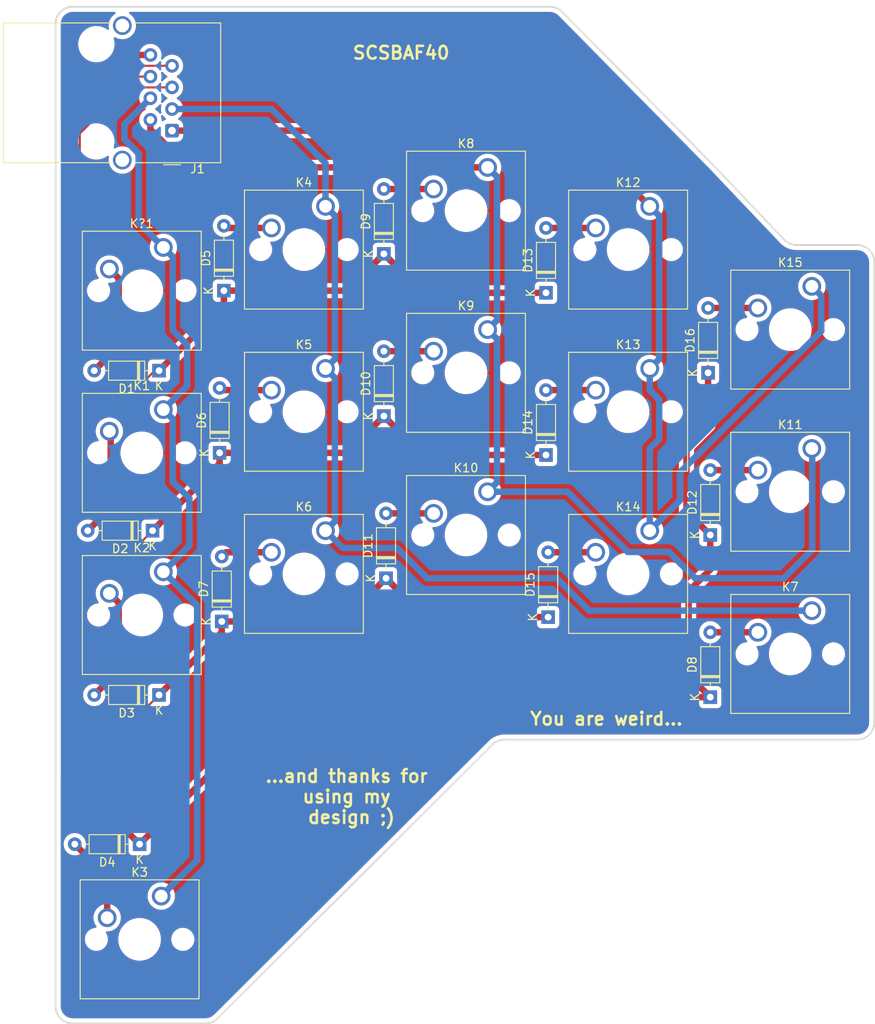
<source format=kicad_pcb>
(kicad_pcb (version 20171130) (host pcbnew "(5.1.7)-1")
  (layers (0 F.Cu signal) (31 B.Cu signal) (34 B.Paste user) (35 F.Paste user) (36 B.SilkS user) (37 F.SilkS user) (38 B.Mask user) (39 F.Mask user) (44 Edge.Cuts user))
  (net 0 "")
  (net 1 "Net-(D1-Pad2)")
  (net 2 /ROW_0)
  (net 3 "Net-(D2-Pad2)")
  (net 4 /ROW_1)
  (net 5 "Net-(D3-Pad2)")
  (net 6 /ROW_2)
  (net 7 "Net-(D4-Pad2)")
  (net 8 /ROW_3)
  (net 9 "Net-(D5-Pad2)")
  (net 10 "Net-(D6-Pad2)")
  (net 11 "Net-(D7-Pad2)")
  (net 12 "Net-(D8-Pad2)")
  (net 13 "Net-(D9-Pad2)")
  (net 14 "Net-(D10-Pad2)")
  (net 15 "Net-(D11-Pad2)")
  (net 16 "Net-(D12-Pad2)")
  (net 17 "Net-(D13-Pad2)")
  (net 18 "Net-(D14-Pad2)")
  (net 19 "Net-(D15-Pad2)")
  (net 20 "Net-(D16-Pad2)")
  (net 21 /COL_0)
  (net 22 /COL_1)
  (net 23 /COL_2)
  (net 24 "Net-(J1-PadSH)")
  (net 25 /COL_3)
  (module Button_Switch_Keyboard:SW_Cherry_MX_1.00u_PCB (layer F.Cu) (at 43.942 93.472)
    (fp_text reference K?1 (at -2.54 -2.794) (layer F.SilkS))
    (fp_text value KEYSW)
    (pad "" np_thru_hole circle (at 2.54 5.08) (size 1.7 1.7) (drill 1.7) (layers *.Cu *.Mask))
    (pad "" np_thru_hole circle (at -7.62 5.08) (size 1.7 1.7) (drill 1.7) (layers *.Cu *.Mask))
    (pad "" np_thru_hole circle (at -2.54 5.08) (size 4 4) (drill 4) (layers *.Cu *.Mask))
    (pad 2 thru_hole circle (at -6.35 2.54) (size 2.2 2.2) (drill 1.5) (layers *.Cu *.Mask) (net 1 "Net-(D1-Pad2)"))
    (pad 1 thru_hole circle (at 0 0) (size 2.2 2.2) (drill 1.5) (layers *.Cu *.Mask) (net 25 /COL_3))
  )
  (module Button_Switch_Keyboard:SW_Cherry_MX_1.00u_PCB (layer F.Cu) (at 120.142 98.044)
    (fp_text reference K15 (at -2.54 -2.794) (layer F.SilkS))
    (fp_text value KEYSW)
    (pad "" np_thru_hole circle (at 2.54 5.08) (size 1.7 1.7) (drill 1.7) (layers *.Cu *.Mask))
    (pad "" np_thru_hole circle (at -7.62 5.08) (size 1.7 1.7) (drill 1.7) (layers *.Cu *.Mask))
    (pad "" np_thru_hole circle (at -2.54 5.08) (size 4 4) (drill 4) (layers *.Cu *.Mask))
    (pad 2 thru_hole circle (at -6.35 2.54) (size 2.2 2.2) (drill 1.5) (layers *.Cu *.Mask) (net 20 "Net-(D16-Pad2)"))
    (pad 1 thru_hole circle (at 0 0) (size 2.2 2.2) (drill 1.5) (layers *.Cu *.Mask) (net 21 /COL_0))
  )
  (module Button_Switch_Keyboard:SW_Cherry_MX_1.00u_PCB (layer F.Cu) (at 101.092 126.746)
    (fp_text reference K14 (at -2.54 -2.794) (layer F.SilkS))
    (fp_text value KEYSW)
    (pad "" np_thru_hole circle (at 2.54 5.08) (size 1.7 1.7) (drill 1.7) (layers *.Cu *.Mask))
    (pad "" np_thru_hole circle (at -7.62 5.08) (size 1.7 1.7) (drill 1.7) (layers *.Cu *.Mask))
    (pad "" np_thru_hole circle (at -2.54 5.08) (size 4 4) (drill 4) (layers *.Cu *.Mask))
    (pad 2 thru_hole circle (at -6.35 2.54) (size 2.2 2.2) (drill 1.5) (layers *.Cu *.Mask) (net 19 "Net-(D15-Pad2)"))
    (pad 1 thru_hole circle (at 0 0) (size 2.2 2.2) (drill 1.5) (layers *.Cu *.Mask) (net 21 /COL_0))
  )
  (module Button_Switch_Keyboard:SW_Cherry_MX_1.00u_PCB (layer F.Cu) (at 101.092 107.696)
    (fp_text reference K13 (at -2.54 -2.794) (layer F.SilkS))
    (fp_text value KEYSW)
    (pad 1 thru_hole circle (at 0 0) (size 2.2 2.2) (drill 1.5) (layers *.Cu *.Mask) (net 21 /COL_0))
    (pad 2 thru_hole circle (at -6.35 2.54) (size 2.2 2.2) (drill 1.5) (layers *.Cu *.Mask) (net 18 "Net-(D14-Pad2)"))
    (pad "" np_thru_hole circle (at -2.54 5.08) (size 4 4) (drill 4) (layers *.Cu *.Mask))
    (pad "" np_thru_hole circle (at -7.62 5.08) (size 1.7 1.7) (drill 1.7) (layers *.Cu *.Mask))
    (pad "" np_thru_hole circle (at 2.54 5.08) (size 1.7 1.7) (drill 1.7) (layers *.Cu *.Mask))
  )
  (module Button_Switch_Keyboard:SW_Cherry_MX_1.00u_PCB (layer F.Cu) (at 101.092 88.646)
    (fp_text reference K12 (at -2.54 -2.794) (layer F.SilkS))
    (fp_text value KEYSW)
    (pad "" np_thru_hole circle (at 2.54 5.08) (size 1.7 1.7) (drill 1.7) (layers *.Cu *.Mask))
    (pad "" np_thru_hole circle (at -7.62 5.08) (size 1.7 1.7) (drill 1.7) (layers *.Cu *.Mask))
    (pad "" np_thru_hole circle (at -2.54 5.08) (size 4 4) (drill 4) (layers *.Cu *.Mask))
    (pad 2 thru_hole circle (at -6.35 2.54) (size 2.2 2.2) (drill 1.5) (layers *.Cu *.Mask) (net 17 "Net-(D13-Pad2)"))
    (pad 1 thru_hole circle (at 0 0) (size 2.2 2.2) (drill 1.5) (layers *.Cu *.Mask) (net 21 /COL_0))
  )
  (module Button_Switch_Keyboard:SW_Cherry_MX_1.00u_PCB (layer F.Cu) (at 120.142 117.094)
    (fp_text reference K11 (at -2.54 -2.794) (layer F.SilkS))
    (fp_text value KEYSW)
    (pad "" np_thru_hole circle (at 2.54 5.08) (size 1.7 1.7) (drill 1.7) (layers *.Cu *.Mask))
    (pad "" np_thru_hole circle (at -7.62 5.08) (size 1.7 1.7) (drill 1.7) (layers *.Cu *.Mask))
    (pad "" np_thru_hole circle (at -2.54 5.08) (size 4 4) (drill 4) (layers *.Cu *.Mask))
    (pad 2 thru_hole circle (at -6.35 2.54) (size 2.2 2.2) (drill 1.5) (layers *.Cu *.Mask) (net 16 "Net-(D12-Pad2)"))
    (pad 1 thru_hole circle (at 0 0) (size 2.2 2.2) (drill 1.5) (layers *.Cu *.Mask) (net 22 /COL_1))
  )
  (module Button_Switch_Keyboard:SW_Cherry_MX_1.00u_PCB (layer F.Cu) (at 82.042 122.174)
    (fp_text reference K10 (at -2.54 -2.794) (layer F.SilkS))
    (fp_text value KEYSW)
    (pad "" np_thru_hole circle (at 2.54 5.08) (size 1.7 1.7) (drill 1.7) (layers *.Cu *.Mask))
    (pad "" np_thru_hole circle (at -7.62 5.08) (size 1.7 1.7) (drill 1.7) (layers *.Cu *.Mask))
    (pad "" np_thru_hole circle (at -2.54 5.08) (size 4 4) (drill 4) (layers *.Cu *.Mask))
    (pad 2 thru_hole circle (at -6.35 2.54) (size 2.2 2.2) (drill 1.5) (layers *.Cu *.Mask) (net 15 "Net-(D11-Pad2)"))
    (pad 1 thru_hole circle (at 0 0) (size 2.2 2.2) (drill 1.5) (layers *.Cu *.Mask) (net 22 /COL_1))
  )
  (module Button_Switch_Keyboard:SW_Cherry_MX_1.00u_PCB (layer F.Cu) (at 82.042 103.124)
    (fp_text reference K9 (at -2.54 -2.794) (layer F.SilkS))
    (fp_text value KEYSW)
    (pad 1 thru_hole circle (at 0 0) (size 2.2 2.2) (drill 1.5) (layers *.Cu *.Mask) (net 22 /COL_1))
    (pad 2 thru_hole circle (at -6.35 2.54) (size 2.2 2.2) (drill 1.5) (layers *.Cu *.Mask) (net 14 "Net-(D10-Pad2)"))
    (pad "" np_thru_hole circle (at -2.54 5.08) (size 4 4) (drill 4) (layers *.Cu *.Mask))
    (pad "" np_thru_hole circle (at -7.62 5.08) (size 1.7 1.7) (drill 1.7) (layers *.Cu *.Mask))
    (pad "" np_thru_hole circle (at 2.54 5.08) (size 1.7 1.7) (drill 1.7) (layers *.Cu *.Mask))
  )
  (module Button_Switch_Keyboard:SW_Cherry_MX_1.00u_PCB (layer F.Cu) (at 82.042 84.074)
    (fp_text reference K8 (at -2.54 -2.794) (layer F.SilkS))
    (fp_text value KEYSW)
    (pad "" np_thru_hole circle (at 2.54 5.08) (size 1.7 1.7) (drill 1.7) (layers *.Cu *.Mask))
    (pad "" np_thru_hole circle (at -7.62 5.08) (size 1.7 1.7) (drill 1.7) (layers *.Cu *.Mask))
    (pad "" np_thru_hole circle (at -2.54 5.08) (size 4 4) (drill 4) (layers *.Cu *.Mask))
    (pad 2 thru_hole circle (at -6.35 2.54) (size 2.2 2.2) (drill 1.5) (layers *.Cu *.Mask) (net 13 "Net-(D9-Pad2)"))
    (pad 1 thru_hole circle (at 0 0) (size 2.2 2.2) (drill 1.5) (layers *.Cu *.Mask) (net 22 /COL_1))
  )
  (module Button_Switch_Keyboard:SW_Cherry_MX_1.00u_PCB (layer F.Cu) (at 120.142 136.144)
    (fp_text reference K7 (at -2.54 -2.794) (layer F.SilkS))
    (fp_text value KEYSW)
    (pad "" np_thru_hole circle (at 2.54 5.08) (size 1.7 1.7) (drill 1.7) (layers *.Cu *.Mask))
    (pad "" np_thru_hole circle (at -7.62 5.08) (size 1.7 1.7) (drill 1.7) (layers *.Cu *.Mask))
    (pad "" np_thru_hole circle (at -2.54 5.08) (size 4 4) (drill 4) (layers *.Cu *.Mask))
    (pad 2 thru_hole circle (at -6.35 2.54) (size 2.2 2.2) (drill 1.5) (layers *.Cu *.Mask) (net 12 "Net-(D8-Pad2)"))
    (pad 1 thru_hole circle (at 0 0) (size 2.2 2.2) (drill 1.5) (layers *.Cu *.Mask) (net 23 /COL_2))
  )
  (module Button_Switch_Keyboard:SW_Cherry_MX_1.00u_PCB (layer F.Cu) (at 62.992 126.746)
    (fp_text reference K6 (at -2.54 -2.794) (layer F.SilkS))
    (fp_text value KEYSW)
    (pad "" np_thru_hole circle (at 2.54 5.08) (size 1.7 1.7) (drill 1.7) (layers *.Cu *.Mask))
    (pad "" np_thru_hole circle (at -7.62 5.08) (size 1.7 1.7) (drill 1.7) (layers *.Cu *.Mask))
    (pad "" np_thru_hole circle (at -2.54 5.08) (size 4 4) (drill 4) (layers *.Cu *.Mask))
    (pad 2 thru_hole circle (at -6.35 2.54) (size 2.2 2.2) (drill 1.5) (layers *.Cu *.Mask) (net 11 "Net-(D7-Pad2)"))
    (pad 1 thru_hole circle (at 0 0) (size 2.2 2.2) (drill 1.5) (layers *.Cu *.Mask) (net 23 /COL_2))
  )
  (module Button_Switch_Keyboard:SW_Cherry_MX_1.00u_PCB (layer F.Cu) (at 62.992 107.696)
    (fp_text reference K5 (at -2.54 -2.794) (layer F.SilkS))
    (fp_text value KEYSW)
    (pad 1 thru_hole circle (at 0 0) (size 2.2 2.2) (drill 1.5) (layers *.Cu *.Mask) (net 23 /COL_2))
    (pad 2 thru_hole circle (at -6.35 2.54) (size 2.2 2.2) (drill 1.5) (layers *.Cu *.Mask) (net 10 "Net-(D6-Pad2)"))
    (pad "" np_thru_hole circle (at -2.54 5.08) (size 4 4) (drill 4) (layers *.Cu *.Mask))
    (pad "" np_thru_hole circle (at -7.62 5.08) (size 1.7 1.7) (drill 1.7) (layers *.Cu *.Mask))
    (pad "" np_thru_hole circle (at 2.54 5.08) (size 1.7 1.7) (drill 1.7) (layers *.Cu *.Mask))
  )
  (module Button_Switch_Keyboard:SW_Cherry_MX_1.00u_PCB (layer F.Cu) (at 62.992 88.646)
    (fp_text reference K4 (at -2.54 -2.794) (layer F.SilkS))
    (fp_text value KEYSW)
    (pad "" np_thru_hole circle (at 2.54 5.08) (size 1.7 1.7) (drill 1.7) (layers *.Cu *.Mask))
    (pad "" np_thru_hole circle (at -7.62 5.08) (size 1.7 1.7) (drill 1.7) (layers *.Cu *.Mask))
    (pad "" np_thru_hole circle (at -2.54 5.08) (size 4 4) (drill 4) (layers *.Cu *.Mask))
    (pad 2 thru_hole circle (at -6.35 2.54) (size 2.2 2.2) (drill 1.5) (layers *.Cu *.Mask) (net 9 "Net-(D5-Pad2)"))
    (pad 1 thru_hole circle (at 0 0) (size 2.2 2.2) (drill 1.5) (layers *.Cu *.Mask) (net 23 /COL_2))
  )
  (module Button_Switch_Keyboard:SW_Cherry_MX_1.00u_PCB (layer F.Cu) (at 43.688 169.672)
    (fp_text reference K3 (at -2.54 -2.794) (layer F.SilkS))
    (fp_text value KEYSW)
    (pad "" np_thru_hole circle (at 2.54 5.08) (size 1.7 1.7) (drill 1.7) (layers *.Cu *.Mask))
    (pad "" np_thru_hole circle (at -7.62 5.08) (size 1.7 1.7) (drill 1.7) (layers *.Cu *.Mask))
    (pad "" np_thru_hole circle (at -2.54 5.08) (size 4 4) (drill 4) (layers *.Cu *.Mask))
    (pad 2 thru_hole circle (at -6.35 2.54) (size 2.2 2.2) (drill 1.5) (layers *.Cu *.Mask) (net 7 "Net-(D4-Pad2)"))
    (pad 1 thru_hole circle (at 0 0) (size 2.2 2.2) (drill 1.5) (layers *.Cu *.Mask) (net 25 /COL_3))
  )
  (module Button_Switch_Keyboard:SW_Cherry_MX_1.00u_PCB (layer F.Cu) (at 43.942 131.572)
    (fp_text reference K2 (at -2.54 -2.794) (layer F.SilkS))
    (fp_text value KEYSW)
    (pad "" np_thru_hole circle (at 2.54 5.08) (size 1.7 1.7) (drill 1.7) (layers *.Cu *.Mask))
    (pad "" np_thru_hole circle (at -7.62 5.08) (size 1.7 1.7) (drill 1.7) (layers *.Cu *.Mask))
    (pad "" np_thru_hole circle (at -2.54 5.08) (size 4 4) (drill 4) (layers *.Cu *.Mask))
    (pad 2 thru_hole circle (at -6.35 2.54) (size 2.2 2.2) (drill 1.5) (layers *.Cu *.Mask) (net 5 "Net-(D3-Pad2)"))
    (pad 1 thru_hole circle (at 0 0) (size 2.2 2.2) (drill 1.5) (layers *.Cu *.Mask) (net 25 /COL_3))
  )
  (module Button_Switch_Keyboard:SW_Cherry_MX_1.00u_PCB (layer F.Cu) (at 43.942 112.522)
    (fp_text reference K1 (at -2.54 -2.794) (layer F.SilkS))
    (fp_text value KEYSW)
    (pad 1 thru_hole circle (at 0 0) (size 2.2 2.2) (drill 1.5) (layers *.Cu *.Mask) (net 25 /COL_3))
    (pad 2 thru_hole circle (at -6.35 2.54) (size 2.2 2.2) (drill 1.5) (layers *.Cu *.Mask) (net 3 "Net-(D2-Pad2)"))
    (pad "" np_thru_hole circle (at -2.54 5.08) (size 4 4) (drill 4) (layers *.Cu *.Mask))
    (pad "" np_thru_hole circle (at -7.62 5.08) (size 1.7 1.7) (drill 1.7) (layers *.Cu *.Mask))
    (pad "" np_thru_hole circle (at 2.54 5.08) (size 1.7 1.7) (drill 1.7) (layers *.Cu *.Mask))
  )
  (module Connector_RJ:RJ45_Wuerth_7499010001A_Horizontal (layer F.Cu) (at 44.958 79.756 180)
    (fp_text reference J1 (at -3 -4.5) (layer F.SilkS))
    (fp_text value 8P8C_LED_Shielded)
    (pad 1 thru_hole roundrect (at 0 0 270) (size 1.6 1.6) (drill 0.9) (layers *.Cu *.Mask) (roundrect_rratio 0.155) (net 21 /COL_0))
    (pad 2 thru_hole circle (at 2.54 1.27 270) (size 1.6 1.6) (drill 0.9) (layers *.Cu *.Mask) (net 22 /COL_1))
    (pad 3 thru_hole circle (at 0 2.54 270) (size 1.6 1.6) (drill 0.9) (layers *.Cu *.Mask) (net 23 /COL_2))
    (pad 4 thru_hole circle (at 2.54 3.81 270) (size 1.6 1.6) (drill 0.9) (layers *.Cu *.Mask) (net 25 /COL_3))
    (pad 5 thru_hole circle (at 0 5.08 270) (size 1.6 1.6) (drill 0.9) (layers *.Cu *.Mask) (net 2 /ROW_0))
    (pad 6 thru_hole circle (at 2.54 6.35 270) (size 1.6 1.6) (drill 0.9) (layers *.Cu *.Mask) (net 4 /ROW_1))
    (pad 7 thru_hole circle (at 0 7.62 270) (size 1.6 1.6) (drill 0.9) (layers *.Cu *.Mask) (net 6 /ROW_2))
    (pad 8 thru_hole circle (at 2.54 8.89 270) (size 1.6 1.6) (drill 0.9) (layers *.Cu *.Mask) (net 8 /ROW_3))
    (pad "" np_thru_hole circle (at 8.89 -1.27 270) (size 3.25 3.25) (drill 3.25) (layers *.Cu *.Mask))
    (pad "" np_thru_hole circle (at 8.89 10.16 270) (size 3.25 3.25) (drill 3.25) (layers *.Cu *.Mask))
    (pad SH thru_hole circle (at 5.84 -3.455 270) (size 2.2 2.2) (drill 1.6) (layers *.Cu *.Mask) (net 24 "Net-(J1-PadSH)"))
    (pad SH thru_hole circle (at 5.84 12.345 270) (size 2.2 2.2) (drill 1.6) (layers *.Cu *.Mask) (net 24 "Net-(J1-PadSH)"))
  )
  (module Diode_THT:D_DO-35_SOD27_P7.62mm_Horizontal (layer F.Cu) (at 107.95 108.204 90)
    (fp_text reference D16 (at 3.81 -2.12 90) (layer F.SilkS))
    (fp_text value D)
    (fp_text user K (at 0 -1.8 90) (layer F.SilkS))
    (pad 2 thru_hole oval (at 7.62 0 90) (size 1.6 1.6) (drill 0.8) (layers *.Cu *.Mask) (net 20 "Net-(D16-Pad2)"))
    (pad 1 thru_hole rect (at 0 0 90) (size 1.6 1.6) (drill 0.8) (layers *.Cu *.Mask) (net 8 /ROW_3))
  )
  (module Diode_THT:D_DO-35_SOD27_P7.62mm_Horizontal (layer F.Cu) (at 89.154 136.906 90)
    (fp_text reference D15 (at 3.81 -2.12 90) (layer F.SilkS))
    (fp_text value D)
    (fp_text user K (at 0 -1.8 90) (layer F.SilkS))
    (pad 2 thru_hole oval (at 7.62 0 90) (size 1.6 1.6) (drill 0.8) (layers *.Cu *.Mask) (net 19 "Net-(D15-Pad2)"))
    (pad 1 thru_hole rect (at 0 0 90) (size 1.6 1.6) (drill 0.8) (layers *.Cu *.Mask) (net 6 /ROW_2))
  )
  (module Diode_THT:D_DO-35_SOD27_P7.62mm_Horizontal (layer F.Cu) (at 88.9 117.856 90)
    (fp_text reference D14 (at 3.81 -2.12 90) (layer F.SilkS))
    (fp_text value D)
    (fp_text user K (at 0 -1.8 90) (layer F.SilkS))
    (pad 1 thru_hole rect (at 0 0 90) (size 1.6 1.6) (drill 0.8) (layers *.Cu *.Mask) (net 4 /ROW_1))
    (pad 2 thru_hole oval (at 7.62 0 90) (size 1.6 1.6) (drill 0.8) (layers *.Cu *.Mask) (net 18 "Net-(D14-Pad2)"))
  )
  (module Diode_THT:D_DO-35_SOD27_P7.62mm_Horizontal (layer F.Cu) (at 88.9 98.806 90)
    (fp_text reference D13 (at 3.81 -2.12 90) (layer F.SilkS))
    (fp_text value D)
    (fp_text user K (at 0 -1.8 90) (layer F.SilkS))
    (pad 2 thru_hole oval (at 7.62 0 90) (size 1.6 1.6) (drill 0.8) (layers *.Cu *.Mask) (net 17 "Net-(D13-Pad2)"))
    (pad 1 thru_hole rect (at 0 0 90) (size 1.6 1.6) (drill 0.8) (layers *.Cu *.Mask) (net 2 /ROW_0))
  )
  (module Diode_THT:D_DO-35_SOD27_P7.62mm_Horizontal (layer F.Cu) (at 108.204 127.254 90)
    (fp_text reference D12 (at 3.81 -2.12 90) (layer F.SilkS))
    (fp_text value D)
    (fp_text user K (at 0 -1.8 90) (layer F.SilkS))
    (pad 2 thru_hole oval (at 7.62 0 90) (size 1.6 1.6) (drill 0.8) (layers *.Cu *.Mask) (net 16 "Net-(D12-Pad2)"))
    (pad 1 thru_hole rect (at 0 0 90) (size 1.6 1.6) (drill 0.8) (layers *.Cu *.Mask) (net 8 /ROW_3))
  )
  (module Diode_THT:D_DO-35_SOD27_P7.62mm_Horizontal (layer F.Cu) (at 70.104 132.334 90)
    (fp_text reference D11 (at 3.81 -2.12 90) (layer F.SilkS))
    (fp_text value D)
    (fp_text user K (at 0 -1.8 90) (layer F.SilkS))
    (pad 2 thru_hole oval (at 7.62 0 90) (size 1.6 1.6) (drill 0.8) (layers *.Cu *.Mask) (net 15 "Net-(D11-Pad2)"))
    (pad 1 thru_hole rect (at 0 0 90) (size 1.6 1.6) (drill 0.8) (layers *.Cu *.Mask) (net 6 /ROW_2))
  )
  (module Diode_THT:D_DO-35_SOD27_P7.62mm_Horizontal (layer F.Cu) (at 69.85 113.284 90)
    (fp_text reference D10 (at 3.81 -2.12 90) (layer F.SilkS))
    (fp_text value D)
    (fp_text user K (at 0 -1.8 90) (layer F.SilkS))
    (pad 1 thru_hole rect (at 0 0 90) (size 1.6 1.6) (drill 0.8) (layers *.Cu *.Mask) (net 4 /ROW_1))
    (pad 2 thru_hole oval (at 7.62 0 90) (size 1.6 1.6) (drill 0.8) (layers *.Cu *.Mask) (net 14 "Net-(D10-Pad2)"))
  )
  (module Diode_THT:D_DO-35_SOD27_P7.62mm_Horizontal (layer F.Cu) (at 69.85 94.234 90)
    (fp_text reference D9 (at 3.81 -2.12 90) (layer F.SilkS))
    (fp_text value D)
    (fp_text user K (at 0 -1.8 90) (layer F.SilkS))
    (pad 2 thru_hole oval (at 7.62 0 90) (size 1.6 1.6) (drill 0.8) (layers *.Cu *.Mask) (net 13 "Net-(D9-Pad2)"))
    (pad 1 thru_hole rect (at 0 0 90) (size 1.6 1.6) (drill 0.8) (layers *.Cu *.Mask) (net 2 /ROW_0))
  )
  (module Diode_THT:D_DO-35_SOD27_P7.62mm_Horizontal (layer F.Cu) (at 108.204 146.304 90)
    (fp_text reference D8 (at 3.81 -2.12 90) (layer F.SilkS))
    (fp_text value D)
    (fp_text user K (at 0 -1.8 90) (layer F.SilkS))
    (pad 2 thru_hole oval (at 7.62 0 90) (size 1.6 1.6) (drill 0.8) (layers *.Cu *.Mask) (net 12 "Net-(D8-Pad2)"))
    (pad 1 thru_hole rect (at 0 0 90) (size 1.6 1.6) (drill 0.8) (layers *.Cu *.Mask) (net 8 /ROW_3))
  )
  (module Diode_THT:D_DO-35_SOD27_P7.62mm_Horizontal (layer F.Cu) (at 50.8 137.414 90)
    (fp_text reference D7 (at 3.81 -2.12 90) (layer F.SilkS))
    (fp_text value D)
    (fp_text user K (at 0 -1.8 90) (layer F.SilkS))
    (pad 2 thru_hole oval (at 7.62 0 90) (size 1.6 1.6) (drill 0.8) (layers *.Cu *.Mask) (net 11 "Net-(D7-Pad2)"))
    (pad 1 thru_hole rect (at 0 0 90) (size 1.6 1.6) (drill 0.8) (layers *.Cu *.Mask) (net 6 /ROW_2))
  )
  (module Diode_THT:D_DO-35_SOD27_P7.62mm_Horizontal (layer F.Cu) (at 50.546 117.602 90)
    (fp_text reference D6 (at 3.81 -2.12 90) (layer F.SilkS))
    (fp_text value D)
    (fp_text user K (at 0 -1.8 90) (layer F.SilkS))
    (pad 1 thru_hole rect (at 0 0 90) (size 1.6 1.6) (drill 0.8) (layers *.Cu *.Mask) (net 4 /ROW_1))
    (pad 2 thru_hole oval (at 7.62 0 90) (size 1.6 1.6) (drill 0.8) (layers *.Cu *.Mask) (net 10 "Net-(D6-Pad2)"))
  )
  (module Diode_THT:D_DO-35_SOD27_P7.62mm_Horizontal (layer F.Cu) (at 51.054 98.552 90)
    (fp_text reference D5 (at 3.81 -2.12 90) (layer F.SilkS))
    (fp_text value D)
    (fp_text user K (at 0 -1.8 90) (layer F.SilkS))
    (pad 2 thru_hole oval (at 7.62 0 90) (size 1.6 1.6) (drill 0.8) (layers *.Cu *.Mask) (net 9 "Net-(D5-Pad2)"))
    (pad 1 thru_hole rect (at 0 0 90) (size 1.6 1.6) (drill 0.8) (layers *.Cu *.Mask) (net 2 /ROW_0))
  )
  (module Diode_THT:D_DO-35_SOD27_P7.62mm_Horizontal (layer F.Cu) (at 41.148 163.576 180)
    (fp_text reference D4 (at 3.81 -2.12) (layer F.SilkS))
    (fp_text value D)
    (fp_text user K (at 0 -1.8) (layer F.SilkS))
    (pad 2 thru_hole oval (at 7.62 0 180) (size 1.6 1.6) (drill 0.8) (layers *.Cu *.Mask) (net 7 "Net-(D4-Pad2)"))
    (pad 1 thru_hole rect (at 0 0 180) (size 1.6 1.6) (drill 0.8) (layers *.Cu *.Mask) (net 8 /ROW_3))
  )
  (module Diode_THT:D_DO-35_SOD27_P7.62mm_Horizontal (layer F.Cu) (at 43.434 146.05 180)
    (fp_text reference D3 (at 3.81 -2.12) (layer F.SilkS))
    (fp_text value D)
    (fp_text user K (at 0 -1.8) (layer F.SilkS))
    (pad 1 thru_hole rect (at 0 0 180) (size 1.6 1.6) (drill 0.8) (layers *.Cu *.Mask) (net 6 /ROW_2))
    (pad 2 thru_hole oval (at 7.62 0 180) (size 1.6 1.6) (drill 0.8) (layers *.Cu *.Mask) (net 5 "Net-(D3-Pad2)"))
  )
  (module Diode_THT:D_DO-35_SOD27_P7.62mm_Horizontal (layer F.Cu) (at 42.672 126.746 180)
    (fp_text reference D2 (at 3.81 -2.12) (layer F.SilkS))
    (fp_text value D)
    (fp_text user K (at 0 -1.8) (layer F.SilkS))
    (pad 2 thru_hole oval (at 7.62 0 180) (size 1.6 1.6) (drill 0.8) (layers *.Cu *.Mask) (net 3 "Net-(D2-Pad2)"))
    (pad 1 thru_hole rect (at 0 0 180) (size 1.6 1.6) (drill 0.8) (layers *.Cu *.Mask) (net 4 /ROW_1))
  )
  (module Diode_THT:D_DO-35_SOD27_P7.62mm_Horizontal (layer F.Cu) (at 43.434 107.95 180)
    (fp_text reference D1 (at 3.81 -2.12) (layer F.SilkS))
    (fp_text value D)
    (fp_text user K (at 0 -1.8) (layer F.SilkS))
    (pad 1 thru_hole rect (at 0 0 180) (size 1.6 1.6) (drill 0.8) (layers *.Cu *.Mask) (net 2 /ROW_0))
    (pad 2 thru_hole oval (at 7.62 0 180) (size 1.6 1.6) (drill 0.8) (layers *.Cu *.Mask) (net 1 "Net-(D1-Pad2)"))
  )
  (gr_text SCSBAF40 (at 71.882 70.612) (layer F.SilkS) (effects (font (size 1.5 1.5) (thickness 0.3))))
  (gr_text "...and thanks for \nusing my \ndesign ;)" (at 66.04 157.988) (layer F.SilkS) (effects (font (size 1.5 1.5) (thickness 0.3))))
  (gr_text "You are weird..." (at 96.012 148.844) (layer F.SilkS) (effects (font (size 1.5 1.5) (thickness 0.3))))
  (gr_line (start 108.42535 83.6625) (end 90.787315 65.794958) (layer Edge.Cuts) (width 0.2))
  (gr_arc (start 118.333891 91.1875) (end 116.883987 92.565099) (angle -46.46484874) (layer Edge.Cuts) (width 0.2))
  (gr_line (start 108.42535 83.6625) (end 116.883987 92.565099) (layer Edge.Cuts) (width 0.2))
  (gr_arc (start 125.47535 95.1875) (end 127.47535 95.1875) (angle -90) (layer Edge.Cuts) (width 0.2))
  (gr_line (start 118.333891 93.1875) (end 125.47535 93.1875) (layer Edge.Cuts) (width 0.2))
  (gr_arc (start 48.905499 182.62516) (end 48.905499 184.62516) (angle -44.88790231) (layer Edge.Cuts) (width 0.2))
  (gr_line (start 50.316943 184.042138) (end 82.614691 151.870523) (layer Edge.Cuts) (width 0.2))
  (gr_arc (start 84.026135 153.2875) (end 84.026135 151.2875) (angle -44.88790231) (layer Edge.Cuts) (width 0.2))
  (gr_line (start 84.026135 151.2875) (end 125.47535 151.2875) (layer Edge.Cuts) (width 0.2))
  (gr_arc (start 89.363989 67.2) (end 90.787315 65.794958) (angle -45.37035435) (layer Edge.Cuts) (width 0.2))
  (gr_line (start 89.363989 65.2) (end 33.27535 65.2) (layer Edge.Cuts) (width 0.2))
  (gr_line (start 127.47535 141.2875) (end 127.47535 95.1875) (layer Edge.Cuts) (width 0.2))
  (gr_arc (start 125.47535 149.287501) (end 125.47535 151.287501) (angle -90) (layer Edge.Cuts) (width 0.2))
  (gr_line (start 127.47535 149.287501) (end 127.47535 141.2875) (layer Edge.Cuts) (width 0.2))
  (gr_arc (start 33.27535 182.62516) (end 31.27535 182.62516) (angle -90) (layer Edge.Cuts) (width 0.2))
  (gr_line (start 48.905499 184.62516) (end 33.27535 184.62516) (layer Edge.Cuts) (width 0.2))
  (gr_line (start 31.27535 174.625161) (end 31.27535 182.62516) (layer Edge.Cuts) (width 0.2))
  (gr_arc (start 33.27535 67.2) (end 33.27535 65.2) (angle -90) (layer Edge.Cuts) (width 0.2))
  (gr_line (start 31.27535 174.625161) (end 31.27535 67.2) (layer Edge.Cuts) (width 0.2))
  (segment (start 37.592 96.012) (end 38.691999 97.111999) (width 0.762) (layer F.Cu) (net 1))
  (segment (start 38.691999 97.111999) (end 38.691999 105.072001) (width 0.762) (layer F.Cu) (net 1))
  (segment (start 38.691999 105.072001) (end 35.814 107.95) (width 0.762) (layer F.Cu) (net 1))
  (segment (start 74.422 98.806) (end 69.85 94.234) (width 0.762) (layer F.Cu) (net 2))
  (segment (start 88.9 98.806) (end 74.422 98.806) (width 0.762) (layer F.Cu) (net 2))
  (segment (start 65.532 98.552) (end 51.054 98.552) (width 0.762) (layer F.Cu) (net 2))
  (segment (start 69.85 94.234) (end 65.532 98.552) (width 0.762) (layer F.Cu) (net 2))
  (segment (start 39.531998 74.676) (end 44.958 74.676) (width 0.25) (layer F.Cu) (net 2))
  (segment (start 34.117999 110.063999) (end 34.117999 80.089999) (width 0.25) (layer F.Cu) (net 2))
  (segment (start 34.117999 80.089999) (end 39.531998 74.676) (width 0.25) (layer F.Cu) (net 2))
  (segment (start 35.306 111.252) (end 34.117999 110.063999) (width 0.25) (layer F.Cu) (net 2))
  (segment (start 39.624 111.252) (end 35.306 111.252) (width 0.25) (layer F.Cu) (net 2))
  (segment (start 42.926 107.95) (end 39.624 111.252) (width 0.25) (layer F.Cu) (net 2))
  (segment (start 43.434 107.95) (end 42.926 107.95) (width 0.25) (layer F.Cu) (net 2))
  (segment (start 51.054 98.552) (end 51.054 100.33) (width 0.762) (layer F.Cu) (net 2))
  (segment (start 51.054 100.33) (end 43.434 107.95) (width 0.762) (layer F.Cu) (net 2))
  (segment (start 37.753001 124.044999) (end 35.052 126.746) (width 0.762) (layer F.Cu) (net 3))
  (segment (start 37.753001 115.223001) (end 37.753001 124.044999) (width 0.762) (layer F.Cu) (net 3))
  (segment (start 37.592 115.062) (end 37.753001 115.223001) (width 0.762) (layer F.Cu) (net 3))
  (segment (start 74.422 117.856) (end 69.85 113.284) (width 0.762) (layer F.Cu) (net 4))
  (segment (start 88.9 117.856) (end 74.422 117.856) (width 0.762) (layer F.Cu) (net 4))
  (segment (start 65.532 117.602) (end 50.546 117.602) (width 0.762) (layer F.Cu) (net 4))
  (segment (start 69.85 113.284) (end 65.532 117.602) (width 0.762) (layer F.Cu) (net 4))
  (segment (start 50.546 118.872) (end 42.672 126.746) (width 0.762) (layer F.Cu) (net 4))
  (segment (start 50.546 117.602) (end 50.546 118.872) (width 0.762) (layer F.Cu) (net 4))
  (segment (start 40.165588 73.406) (end 42.418 73.406) (width 0.25) (layer F.Cu) (net 4))
  (segment (start 33.66799 79.903598) (end 40.165588 73.406) (width 0.25) (layer F.Cu) (net 4))
  (segment (start 33.66799 129.17199) (end 33.66799 79.903598) (width 0.25) (layer F.Cu) (net 4))
  (segment (start 35.306 130.81) (end 33.66799 129.17199) (width 0.25) (layer F.Cu) (net 4))
  (segment (start 38.608 130.81) (end 35.306 130.81) (width 0.25) (layer F.Cu) (net 4))
  (segment (start 42.672 126.746) (end 38.608 130.81) (width 0.25) (layer F.Cu) (net 4))
  (segment (start 38.691999 143.172001) (end 35.814 146.05) (width 0.762) (layer F.Cu) (net 5))
  (segment (start 38.691999 135.211999) (end 38.691999 143.172001) (width 0.762) (layer F.Cu) (net 5))
  (segment (start 37.592 134.112) (end 38.691999 135.211999) (width 0.762) (layer F.Cu) (net 5))
  (segment (start 74.676 136.906) (end 70.104 132.334) (width 0.762) (layer F.Cu) (net 6))
  (segment (start 89.154 136.906) (end 74.676 136.906) (width 0.762) (layer F.Cu) (net 6))
  (segment (start 65.024 137.414) (end 50.8 137.414) (width 0.762) (layer F.Cu) (net 6))
  (segment (start 70.104 132.334) (end 65.024 137.414) (width 0.762) (layer F.Cu) (net 6))
  (segment (start 50.8 138.684) (end 43.434 146.05) (width 0.762) (layer F.Cu) (net 6))
  (segment (start 50.8 137.414) (end 50.8 138.684) (width 0.762) (layer F.Cu) (net 6))
  (segment (start 43.434 146.05) (end 39.37 150.114) (width 0.25) (layer F.Cu) (net 6))
  (segment (start 39.37 150.114) (end 34.798 150.114) (width 0.25) (layer F.Cu) (net 6))
  (segment (start 33.217981 79.717197) (end 40.799178 72.136) (width 0.25) (layer F.Cu) (net 6))
  (segment (start 33.217981 148.533981) (end 33.217981 79.717197) (width 0.25) (layer F.Cu) (net 6))
  (segment (start 34.798 150.114) (end 33.217981 148.533981) (width 0.25) (layer F.Cu) (net 6))
  (segment (start 41.656 72.136) (end 44.958 72.136) (width 0.25) (layer F.Cu) (net 6))
  (segment (start 40.799178 72.136) (end 41.656 72.136) (width 0.25) (layer F.Cu) (net 6))
  (segment (start 41.435588 72.136) (end 41.656 72.136) (width 0.25) (layer F.Cu) (net 6))
  (segment (start 37.338 167.386) (end 33.528 163.576) (width 0.762) (layer F.Cu) (net 7))
  (segment (start 37.338 172.212) (end 37.338 167.386) (width 0.762) (layer F.Cu) (net 7))
  (segment (start 107.95 108.204) (end 107.95 107.696) (width 0.762) (layer F.Cu) (net 8))
  (segment (start 58.42 146.304) (end 41.148 163.576) (width 0.762) (layer F.Cu) (net 8))
  (segment (start 108.204 146.304) (end 58.42 146.304) (width 0.762) (layer F.Cu) (net 8))
  (segment (start 108.204 127.254) (end 108.204 131.318) (width 0.762) (layer F.Cu) (net 8))
  (segment (start 108.204 131.318) (end 105.664 133.858) (width 0.762) (layer F.Cu) (net 8))
  (segment (start 105.664 143.764) (end 108.204 146.304) (width 0.762) (layer F.Cu) (net 8))
  (segment (start 105.664 133.858) (end 105.664 143.764) (width 0.762) (layer F.Cu) (net 8))
  (segment (start 107.95 108.204) (end 107.95 114.3) (width 0.762) (layer F.Cu) (net 8))
  (segment (start 107.95 114.3) (end 105.41 116.84) (width 0.762) (layer F.Cu) (net 8))
  (segment (start 105.41 124.46) (end 108.204 127.254) (width 0.762) (layer F.Cu) (net 8))
  (segment (start 105.41 116.84) (end 105.41 124.46) (width 0.762) (layer F.Cu) (net 8))
  (segment (start 41.07073 70.866) (end 42.418 70.866) (width 0.762) (layer F.Cu) (net 8))
  (segment (start 32.511971 79.424759) (end 41.07073 70.866) (width 0.762) (layer F.Cu) (net 8))
  (segment (start 32.511971 154.939971) (end 32.511971 79.424759) (width 0.762) (layer F.Cu) (net 8))
  (segment (start 41.148 163.576) (end 32.511971 154.939971) (width 0.762) (layer F.Cu) (net 8))
  (segment (start 51.308 91.186) (end 51.054 90.932) (width 0.762) (layer F.Cu) (net 9))
  (segment (start 56.642 91.186) (end 51.308 91.186) (width 0.762) (layer F.Cu) (net 9))
  (segment (start 50.8 110.236) (end 50.546 109.982) (width 0.762) (layer F.Cu) (net 10))
  (segment (start 56.642 110.236) (end 50.8 110.236) (width 0.762) (layer F.Cu) (net 10))
  (segment (start 51.308 129.286) (end 50.8 129.794) (width 0.762) (layer F.Cu) (net 11))
  (segment (start 56.642 129.286) (end 51.308 129.286) (width 0.762) (layer F.Cu) (net 11))
  (segment (start 113.792 138.684) (end 108.204 138.684) (width 0.762) (layer F.Cu) (net 12))
  (segment (start 75.692 86.614) (end 69.85 86.614) (width 0.762) (layer F.Cu) (net 13))
  (segment (start 75.692 105.664) (end 69.85 105.664) (width 0.762) (layer F.Cu) (net 14))
  (segment (start 75.692 124.714) (end 70.104 124.714) (width 0.762) (layer F.Cu) (net 15))
  (segment (start 113.792 119.634) (end 108.204 119.634) (width 0.762) (layer F.Cu) (net 16))
  (segment (start 94.742 91.186) (end 88.9 91.186) (width 0.762) (layer F.Cu) (net 17))
  (segment (start 94.742 110.236) (end 88.9 110.236) (width 0.762) (layer F.Cu) (net 18))
  (segment (start 94.742 129.286) (end 89.154 129.286) (width 0.762) (layer F.Cu) (net 19))
  (segment (start 113.792 100.584) (end 107.95 100.584) (width 0.762) (layer F.Cu) (net 20))
  (segment (start 101.092 88.646) (end 101.133001 88.687001) (width 0.762) (layer B.Cu) (net 21))
  (segment (start 121.241999 99.143999) (end 120.142 98.044) (width 0.762) (layer B.Cu) (net 21))
  (segment (start 121.241999 103.303883) (end 121.241999 99.143999) (width 0.762) (layer B.Cu) (net 21))
  (segment (start 92.202 79.756) (end 44.958 79.756) (width 0.762) (layer F.Cu) (net 21))
  (segment (start 101.092 88.646) (end 92.202 79.756) (width 0.762) (layer F.Cu) (net 21))
  (segment (start 102.200999 106.587001) (end 101.092 107.696) (width 0.762) (layer B.Cu) (net 21))
  (segment (start 102.200999 89.754999) (end 102.200999 106.587001) (width 0.762) (layer B.Cu) (net 21))
  (segment (start 101.092 88.646) (end 102.200999 89.754999) (width 0.762) (layer B.Cu) (net 21))
  (segment (start 101.092 117.094) (end 101.092 126.746) (width 0.762) (layer B.Cu) (net 21))
  (segment (start 102.200999 115.985001) (end 101.092 117.094) (width 0.762) (layer B.Cu) (net 21))
  (segment (start 102.200999 111.344999) (end 102.200999 115.985001) (width 0.762) (layer B.Cu) (net 21))
  (segment (start 101.092 110.236) (end 102.200999 111.344999) (width 0.762) (layer B.Cu) (net 21))
  (segment (start 101.092 107.696) (end 101.092 110.236) (width 0.762) (layer B.Cu) (net 21))
  (segment (start 101.092 126.746) (end 104.648 123.19) (width 0.762) (layer B.Cu) (net 21))
  (segment (start 106.181882 118.364) (end 121.241999 103.303883) (width 0.762) (layer B.Cu) (net 21))
  (segment (start 106.172 118.364) (end 104.648 119.888) (width 0.762) (layer B.Cu) (net 21))
  (segment (start 106.181882 118.364) (end 106.172 118.364) (width 0.762) (layer B.Cu) (net 21))
  (segment (start 104.648 123.19) (end 104.648 119.888) (width 0.762) (layer B.Cu) (net 21))
  (segment (start 82.042 84.074) (end 82.083001 84.115001) (width 0.762) (layer B.Cu) (net 22))
  (segment (start 120.183001 117.135001) (end 120.142 117.094) (width 0.762) (layer B.Cu) (net 22))
  (segment (start 120.183001 128.990999) (end 120.183001 117.135001) (width 0.762) (layer B.Cu) (net 22))
  (segment (start 116.84 132.334) (end 120.183001 128.990999) (width 0.762) (layer B.Cu) (net 22))
  (segment (start 46.87463 84.074) (end 82.042 84.074) (width 0.762) (layer F.Cu) (net 22))
  (segment (start 42.418 79.61737) (end 46.87463 84.074) (width 0.762) (layer F.Cu) (net 22))
  (segment (start 42.418 78.486) (end 42.418 79.61737) (width 0.762) (layer F.Cu) (net 22))
  (segment (start 83.141999 104.223999) (end 82.042 103.124) (width 0.762) (layer B.Cu) (net 22))
  (segment (start 83.141999 121.074001) (end 83.141999 104.223999) (width 0.762) (layer B.Cu) (net 22))
  (segment (start 82.042 122.174) (end 83.141999 121.074001) (width 0.762) (layer B.Cu) (net 22))
  (segment (start 83.141999 85.173999) (end 82.042 84.074) (width 0.762) (layer B.Cu) (net 22))
  (segment (start 83.141999 102.024001) (end 83.141999 85.173999) (width 0.762) (layer B.Cu) (net 22))
  (segment (start 82.042 103.124) (end 83.141999 102.024001) (width 0.762) (layer B.Cu) (net 22))
  (segment (start 82.042 122.174) (end 91.44 122.174) (width 0.762) (layer B.Cu) (net 22))
  (segment (start 98.510999 129.244999) (end 103.336999 129.244999) (width 0.762) (layer B.Cu) (net 22))
  (segment (start 91.44 122.174) (end 98.510999 129.244999) (width 0.762) (layer B.Cu) (net 22))
  (segment (start 106.426 132.334) (end 116.84 132.334) (width 0.762) (layer B.Cu) (net 22))
  (segment (start 103.336999 129.244999) (end 106.426 132.334) (width 0.762) (layer B.Cu) (net 22))
  (segment (start 56.642 77.216) (end 44.958 77.216) (width 0.762) (layer B.Cu) (net 23))
  (segment (start 62.992 83.566) (end 56.642 77.216) (width 0.762) (layer B.Cu) (net 23))
  (segment (start 62.992 86.106) (end 62.992 88.646) (width 0.762) (layer B.Cu) (net 23))
  (segment (start 62.992 86.106) (end 62.992 83.566) (width 0.762) (layer B.Cu) (net 23))
  (segment (start 64.091999 106.596001) (end 62.992 107.696) (width 0.762) (layer B.Cu) (net 23))
  (segment (start 64.091999 89.745999) (end 64.091999 106.596001) (width 0.762) (layer B.Cu) (net 23))
  (segment (start 62.992 88.646) (end 64.091999 89.745999) (width 0.762) (layer B.Cu) (net 23))
  (segment (start 64.091999 125.646001) (end 62.992 126.746) (width 0.762) (layer B.Cu) (net 23))
  (segment (start 64.091999 108.795999) (end 64.091999 125.646001) (width 0.762) (layer B.Cu) (net 23))
  (segment (start 62.992 107.696) (end 64.091999 108.795999) (width 0.762) (layer B.Cu) (net 23))
  (segment (start 120.142 136.144) (end 93.98 136.144) (width 0.762) (layer B.Cu) (net 23))
  (segment (start 93.98 136.144) (end 90.17 132.334) (width 0.762) (layer B.Cu) (net 23))
  (segment (start 90.17 132.334) (end 74.93 132.334) (width 0.762) (layer B.Cu) (net 23))
  (segment (start 74.93 132.334) (end 71.374 128.778) (width 0.762) (layer B.Cu) (net 23))
  (segment (start 65.024 128.778) (end 62.992 126.746) (width 0.762) (layer B.Cu) (net 23))
  (segment (start 71.374 128.778) (end 65.024 128.778) (width 0.762) (layer B.Cu) (net 23))
  (segment (start 43.942 93.472) (end 45.041999 94.571999) (width 0.762) (layer B.Cu) (net 25))
  (segment (start 41.036999 90.566999) (end 41.036999 82.438999) (width 0.762) (layer B.Cu) (net 25))
  (segment (start 43.942 93.472) (end 41.036999 90.566999) (width 0.762) (layer B.Cu) (net 25))
  (segment (start 41.036999 82.438999) (end 39.37 80.772) (width 0.762) (layer B.Cu) (net 25))
  (segment (start 39.37 78.994) (end 42.418 75.946) (width 0.762) (layer B.Cu) (net 25))
  (segment (start 39.37 80.772) (end 39.37 78.994) (width 0.762) (layer B.Cu) (net 25))
  (segment (start 45.041999 113.621999) (end 45.041999 120.987999) (width 0.762) (layer B.Cu) (net 25))
  (segment (start 43.942 112.522) (end 45.041999 113.621999) (width 0.762) (layer B.Cu) (net 25))
  (segment (start 45.041999 120.987999) (end 46.99 122.936) (width 0.762) (layer B.Cu) (net 25))
  (segment (start 46.99 128.524) (end 43.942 131.572) (width 0.762) (layer B.Cu) (net 25))
  (segment (start 46.99 122.936) (end 46.99 128.524) (width 0.762) (layer B.Cu) (net 25))
  (segment (start 47.913001 165.446999) (end 43.688 169.672) (width 0.762) (layer B.Cu) (net 25))
  (segment (start 47.913001 135.543001) (end 47.913001 165.446999) (width 0.762) (layer B.Cu) (net 25))
  (segment (start 43.942 131.572) (end 47.913001 135.543001) (width 0.762) (layer B.Cu) (net 25))
  (segment (start 45.041999 103.207999) (end 46.736 104.902) (width 0.762) (layer B.Cu) (net 25))
  (segment (start 46.736 104.902) (end 46.736 109.728) (width 0.762) (layer B.Cu) (net 25))
  (segment (start 46.736 109.728) (end 43.942 112.522) (width 0.762) (layer B.Cu) (net 25))
  (segment (start 45.041999 94.571999) (end 45.041999 103.207999) (width 0.762) (layer B.Cu) (net 25))
  (zone (net 0) (net_name "") (layer F.Cu) (connect_pads (clearance 0.508)) (min_thickness 0.254) (fill yes (arc_segments 32) (thermal_gap 0.508) (thermal_bridge_width 0.508))
    (polygon (pts (xy 117.094 92.71) (xy 118.364 93.218) (xy 127.508 93.218) (xy 127.508 151.384) (xy 84.074 151.384) (xy 82.804 151.892) (xy 49.784 184.658) (xy 31.242 184.658) (xy 31.242 65.278) (xy 90.17 65.278)))
  )
  (zone (net 0) (net_name "") (layer B.Cu) (connect_pads (clearance 0.508)) (min_thickness 0.254) (fill yes (arc_segments 32) (thermal_gap 0.508) (thermal_bridge_width 0.508))
    (polygon (pts (xy 117.094 92.71) (xy 118.364 93.218) (xy 127.508 93.218) (xy 127.508 151.384) (xy 84.074 151.384) (xy 82.804 151.892) (xy 49.784 184.658) (xy 31.242 184.658) (xy 31.242 65.278) (xy 90.17 65.278)))
  )
)
</source>
